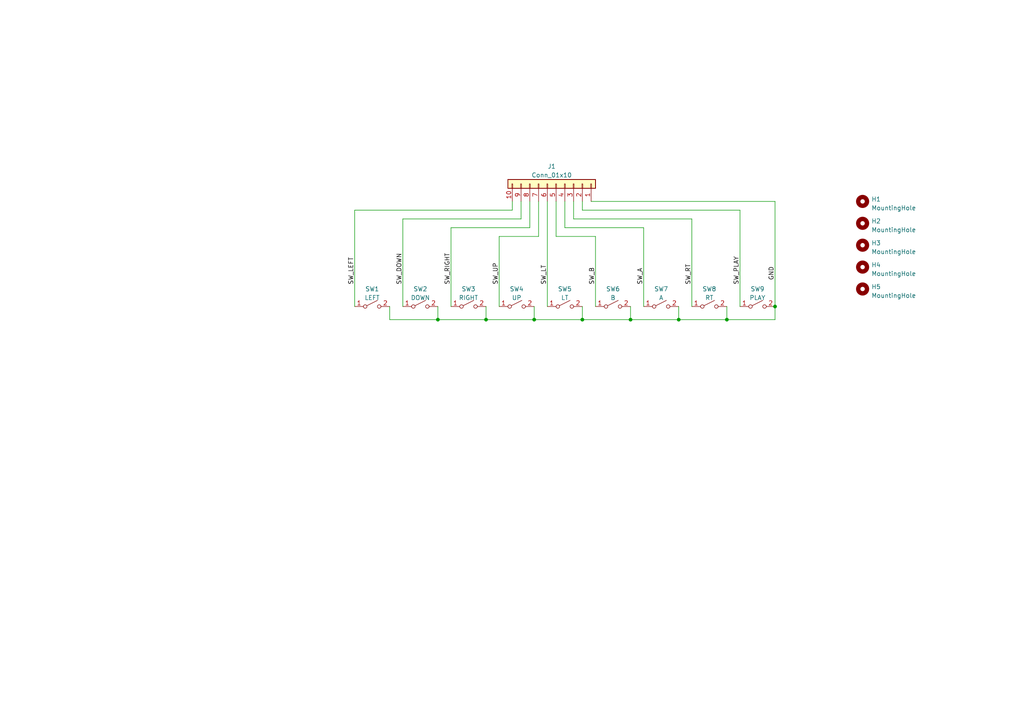
<source format=kicad_sch>
(kicad_sch (version 20230121) (generator eeschema)
  (paper "A4")
  (title_block (title "picoTrackerPortable keys") (date "2023-05-04") (rev "REV1"))
  (lib_symbols
    (symbol "Connector_Generic:Conn_01x10" (pin_names (offset 1.016) hide)
      (property "Reference" "J" (at 0 12.7 0))
      (property "Value" "Conn_01x10" (at 0 -15.24 0))
      (symbol "Conn_01x10_1_1"
        (rectangle (start -1.27 -12.573) (end 0 -12.827) (stroke (width 0.1524)))
        (rectangle (start -1.27 -10.033) (end 0 -10.287) (stroke (width 0.1524)))
        (rectangle (start -1.27 -7.493) (end 0 -7.747) (stroke (width 0.1524)))
        (rectangle (start -1.27 -4.953) (end 0 -5.207) (stroke (width 0.1524)))
        (rectangle (start -1.27 -2.413) (end 0 -2.667) (stroke (width 0.1524)))
        (rectangle (start -1.27 0.127) (end 0 -0.127) (stroke (width 0.1524)))
        (rectangle (start -1.27 2.667) (end 0 2.413) (stroke (width 0.1524)))
        (rectangle (start -1.27 5.207) (end 0 4.953) (stroke (width 0.1524)))
        (rectangle (start -1.27 7.747) (end 0 7.493) (stroke (width 0.1524)))
        (rectangle (start -1.27 10.287) (end 0 10.033) (stroke (width 0.1524)))
        (rectangle (start -1.27 11.43) (end 1.27 -13.97) (stroke (width 0.254)) (fill (type background)))
        (pin passive line (at -5.08 10.16 0) (length 3.81) (name "Pin_1") (number "1"))
        (pin passive line (at -5.08 -12.7 0) (length 3.81) (name "Pin_10") (number "10"))
        (pin passive line (at -5.08 7.62 0) (length 3.81) (name "Pin_2") (number "2"))
        (pin passive line (at -5.08 5.08 0) (length 3.81) (name "Pin_3") (number "3"))
        (pin passive line (at -5.08 2.54 0) (length 3.81) (name "Pin_4") (number "4"))
        (pin passive line (at -5.08 0 0) (length 3.81) (name "Pin_5") (number "5"))
        (pin passive line (at -5.08 -2.54 0) (length 3.81) (name "Pin_6") (number "6"))
        (pin passive line (at -5.08 -5.08 0) (length 3.81) (name "Pin_7") (number "7"))
        (pin passive line (at -5.08 -7.62 0) (length 3.81) (name "Pin_8") (number "8"))
        (pin passive line (at -5.08 -10.16 0) (length 3.81) (name "Pin_9") (number "9"))
      )
    )
    (symbol "Mechanical:MountingHole" (pin_names (offset 1.016))
      (property "Reference" "H" (at 0 5.08 0))
      (property "Value" "MountingHole" (at 0 3.175 0))
      (symbol "MountingHole_0_1"
        (circle (center 0 0) (radius 1.27) (stroke (width 1.27)))
      )
    )
    (symbol "Switch:SW_SPST" (pin_names (offset 0) hide)
      (property "Reference" "SW" (at 0 3.175 0))
      (property "Value" "SW_SPST" (at 0 -2.54 0))
      (symbol "SW_SPST_0_0"
        (circle (center -2.032 0) (radius 0.508))
        (polyline (pts (xy -1.524 0.254) (xy 1.524 1.778)))
        (circle (center 2.032 0) (radius 0.508))
      )
      (symbol "SW_SPST_1_1"
        (pin passive line (at -5.08 0 0) (length 2.54) (name "A") (number "1"))
        (pin passive line (at 5.08 0 180) (length 2.54) (name "B") (number "2"))
      )
    )
  )
  (junction (at 140.97 92.71))
  (junction (at 168.91 92.71))
  (junction (at 182.88 92.71))
  (junction (at 196.85 92.71))
  (junction (at 224.79 88.9))
  (junction (at 154.94 92.71))
  (junction (at 127 92.71))
  (junction (at 210.82 92.71))
  (wire (pts (xy 161.29 58.42) (xy 161.29 68.58)))
  (wire (pts (xy 172.72 68.58) (xy 172.72 88.9)))
  (wire (pts (xy 144.78 68.58) (xy 144.78 88.9)))
  (wire (pts (xy 102.87 60.96) (xy 148.59 60.96)))
  (wire (pts (xy 196.85 92.71) (xy 196.85 88.9)))
  (wire (pts (xy 168.91 58.42) (xy 168.91 60.96)))
  (wire (pts (xy 161.29 68.58) (xy 172.72 68.58)))
  (wire (pts (xy 200.66 63.5) (xy 200.66 88.9)))
  (wire (pts (xy 154.94 92.71) (xy 168.91 92.71)))
  (wire (pts (xy 214.63 60.96) (xy 214.63 88.9)))
  (wire (pts (xy 168.91 60.96) (xy 214.63 60.96)))
  (wire (pts (xy 224.79 92.71) (xy 210.82 92.71)))
  (wire (pts (xy 166.37 63.5) (xy 200.66 63.5)))
  (wire (pts (xy 166.37 58.42) (xy 166.37 63.5)))
  (wire (pts (xy 171.45 58.42) (xy 224.79 58.42)))
  (wire (pts (xy 156.21 58.42) (xy 156.21 68.58)))
  (wire (pts (xy 153.67 58.42) (xy 153.67 66.04)))
  (wire (pts (xy 130.81 66.04) (xy 130.81 88.9)))
  (wire (pts (xy 116.84 63.5) (xy 151.13 63.5)))
  (wire (pts (xy 210.82 92.71) (xy 196.85 92.71)))
  (wire (pts (xy 130.81 66.04) (xy 153.67 66.04)))
  (wire (pts (xy 168.91 92.71) (xy 168.91 88.9)))
  (wire (pts (xy 163.83 66.04) (xy 186.69 66.04)))
  (wire (pts (xy 182.88 92.71) (xy 196.85 92.71)))
  (wire (pts (xy 116.84 63.5) (xy 116.84 88.9)))
  (wire (pts (xy 127 92.71) (xy 140.97 92.71)))
  (wire (pts (xy 113.03 88.9) (xy 113.03 92.71)))
  (wire (pts (xy 113.03 92.71) (xy 127 92.71)))
  (wire (pts (xy 102.87 60.96) (xy 102.87 88.9)))
  (wire (pts (xy 210.82 88.9) (xy 210.82 92.71)))
  (wire (pts (xy 148.59 58.42) (xy 148.59 60.96)))
  (wire (pts (xy 224.79 88.9) (xy 224.79 92.71)))
  (wire (pts (xy 154.94 92.71) (xy 154.94 88.9)))
  (wire (pts (xy 186.69 66.04) (xy 186.69 88.9)))
  (wire (pts (xy 163.83 58.42) (xy 163.83 66.04)))
  (wire (pts (xy 224.79 58.42) (xy 224.79 88.9)))
  (wire (pts (xy 140.97 92.71) (xy 154.94 92.71)))
  (wire (pts (xy 182.88 92.71) (xy 182.88 88.9)))
  (wire (pts (xy 140.97 92.71) (xy 140.97 88.9)))
  (wire (pts (xy 151.13 58.42) (xy 151.13 63.5)))
  (wire (pts (xy 127 92.71) (xy 127 88.9)))
  (wire (pts (xy 144.78 68.58) (xy 156.21 68.58)))
  (wire (pts (xy 168.91 92.71) (xy 182.88 92.71)))
  (wire (pts (xy 158.75 58.42) (xy 158.75 88.9)))
  (label "SW_PLAY" (at 214.63 82.55 90))
  (label "SW_RT" (at 200.66 82.55 90))
  (label "SW_LT" (at 158.75 82.55 90))
  (label "SW_DOWN" (at 116.84 82.55 90))
  (label "SW_UP" (at 144.78 82.55 90))
  (label "SW_LEFT" (at 102.87 82.55 90))
  (label "SW_A" (at 186.69 82.55 90))
  (label "GND" (at 224.79 81.28 90))
  (label "SW_B" (at 172.72 82.55 90))
  (label "SW_RIGHT" (at 130.81 82.55 90))
  (symbol (lib_id "Switch:SW_SPST") (at 163.83 88.9 0) (unit 1)
    (property "Reference" "SW5" (at 163.83 83.82 0))
    (property "Value" "LT" (at 163.83 86.36 0))
    (property "Footprint" "Cherry MX LP:Cherry-MX-Low-Profile" (effects hide))
  )
  (symbol (lib_id "Switch:SW_SPST") (at 219.71 88.9 0) (unit 1)
    (property "Reference" "SW9" (at 219.71 83.82 0))
    (property "Value" "PLAY" (at 219.71 86.36 0))
    (property "Footprint" "Cherry MX LP:Cherry-MX-Low-Profile" (effects hide))
  )
  (symbol (lib_id "Mechanical:MountingHole") (at 250.19 64.77 0) (unit 1)
    (property "Reference" "H2" (at 252.73 64.135 0) (effects (justify left)))
    (property "Value" "MountingHole" (at 252.73 66.675 0) (effects (justify left)))
    (property "Footprint" "MountingHole:MountingHole_2.2mm_M2" (effects hide))
  )
  (symbol (lib_id "Mechanical:MountingHole") (at 250.19 71.12 0) (unit 1)
    (property "Reference" "H3" (at 252.73 70.485 0) (effects (justify left)))
    (property "Value" "MountingHole" (at 252.73 73.025 0) (effects (justify left)))
    (property "Footprint" "MountingHole:MountingHole_2.2mm_M2" (effects hide))
  )
  (symbol (lib_id "Connector_Generic:Conn_01x10") (at 161.29 53.34 270) (mirror x) (unit 1)
    (property "Reference" "J1" (at 160.02 48.26 90))
    (property "Value" "Conn_01x10" (at 160.02 50.8 90))
    (property "Footprint" "Connector_PinHeader_2.54mm:PinHeader_1x10_P2.54mm_Vertical" (effects hide))
  )
  (symbol (lib_id "Switch:SW_SPST") (at 107.95 88.9 0) (unit 1)
    (property "Reference" "SW1" (at 107.95 83.82 0))
    (property "Value" "LEFT" (at 107.95 86.36 0))
    (property "Footprint" "Cherry MX LP:Cherry-MX-Low-Profile" (effects hide))
  )
  (symbol (lib_id "Switch:SW_SPST") (at 121.92 88.9 0) (unit 1)
    (property "Reference" "SW2" (at 121.92 83.82 0))
    (property "Value" "DOWN" (at 121.92 86.36 0))
    (property "Footprint" "Cherry MX LP:Cherry-MX-Low-Profile" (effects hide))
  )
  (symbol (lib_id "Mechanical:MountingHole") (at 250.19 58.42 0) (unit 1)
    (property "Reference" "H1" (at 252.73 57.785 0) (effects (justify left)))
    (property "Value" "MountingHole" (at 252.73 60.325 0) (effects (justify left)))
    (property "Footprint" "MountingHole:MountingHole_2.2mm_M2" (effects hide))
  )
  (symbol (lib_id "Mechanical:MountingHole") (at 250.19 77.47 0) (unit 1)
    (property "Reference" "H4" (at 252.73 76.835 0) (effects (justify left)))
    (property "Value" "MountingHole" (at 252.73 79.375 0) (effects (justify left)))
    (property "Footprint" "MountingHole:MountingHole_2.2mm_M2" (effects hide))
  )
  (symbol (lib_id "Switch:SW_SPST") (at 191.77 88.9 0) (unit 1)
    (property "Reference" "SW7" (at 191.77 83.82 0))
    (property "Value" "A" (at 191.77 86.36 0))
    (property "Footprint" "Cherry MX LP:Cherry-MX-Low-Profile" (effects hide))
  )
  (symbol (lib_id "Switch:SW_SPST") (at 149.86 88.9 0) (unit 1)
    (property "Reference" "SW4" (at 149.86 83.82 0))
    (property "Value" "UP" (at 149.86 86.36 0))
    (property "Footprint" "Cherry MX LP:Cherry-MX-Low-Profile" (effects hide))
  )
  (symbol (lib_id "Switch:SW_SPST") (at 177.8 88.9 0) (unit 1)
    (property "Reference" "SW6" (at 177.8 83.82 0))
    (property "Value" "B" (at 177.8 86.36 0))
    (property "Footprint" "Cherry MX LP:Cherry-MX-Low-Profile" (effects hide))
  )
  (symbol (lib_id "Switch:SW_SPST") (at 205.74 88.9 0) (unit 1)
    (property "Reference" "SW8" (at 205.74 83.82 0))
    (property "Value" "RT" (at 205.74 86.36 0))
    (property "Footprint" "Cherry MX LP:Cherry-MX-Low-Profile" (effects hide))
  )
  (symbol (lib_id "Switch:SW_SPST") (at 135.89 88.9 0) (unit 1)
    (property "Reference" "SW3" (at 135.89 83.82 0))
    (property "Value" "RIGHT" (at 135.89 86.36 0))
    (property "Footprint" "Cherry MX LP:Cherry-MX-Low-Profile" (effects hide))
  )
  (symbol (lib_id "Mechanical:MountingHole") (at 250.19 83.82 0) (unit 1)
    (property "Reference" "H5" (at 252.73 83.185 0) (effects (justify left)))
    (property "Value" "MountingHole" (at 252.73 85.725 0) (effects (justify left)))
    (property "Footprint" "MountingHole:MountingHole_2.2mm_M2" (effects hide))
  )
)
</source>
